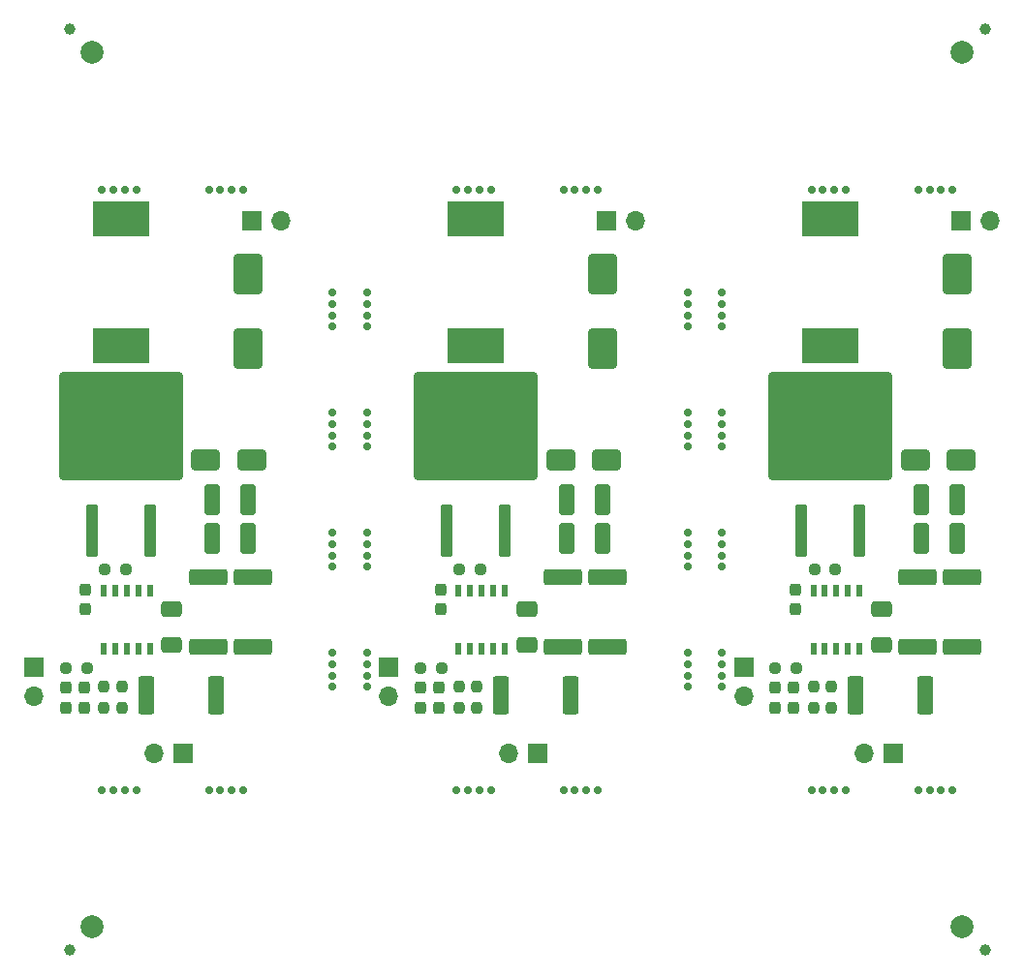
<source format=gts>
G04 #@! TF.GenerationSoftware,KiCad,Pcbnew,8.0.0*
G04 #@! TF.CreationDate,2024-02-29T15:25:12+11:00*
G04 #@! TF.ProjectId,panel,70616e65-6c2e-46b6-9963-61645f706362,rev?*
G04 #@! TF.SameCoordinates,Original*
G04 #@! TF.FileFunction,Soldermask,Top*
G04 #@! TF.FilePolarity,Negative*
%FSLAX46Y46*%
G04 Gerber Fmt 4.6, Leading zero omitted, Abs format (unit mm)*
G04 Created by KiCad (PCBNEW 8.0.0) date 2024-02-29 15:25:12*
%MOMM*%
%LPD*%
G01*
G04 APERTURE LIST*
G04 Aperture macros list*
%AMRoundRect*
0 Rectangle with rounded corners*
0 $1 Rounding radius*
0 $2 $3 $4 $5 $6 $7 $8 $9 X,Y pos of 4 corners*
0 Add a 4 corners polygon primitive as box body*
4,1,4,$2,$3,$4,$5,$6,$7,$8,$9,$2,$3,0*
0 Add four circle primitives for the rounded corners*
1,1,$1+$1,$2,$3*
1,1,$1+$1,$4,$5*
1,1,$1+$1,$6,$7*
1,1,$1+$1,$8,$9*
0 Add four rect primitives between the rounded corners*
20,1,$1+$1,$2,$3,$4,$5,0*
20,1,$1+$1,$4,$5,$6,$7,0*
20,1,$1+$1,$6,$7,$8,$9,0*
20,1,$1+$1,$8,$9,$2,$3,0*%
G04 Aperture macros list end*
%ADD10RoundRect,0.250000X-0.650000X0.412500X-0.650000X-0.412500X0.650000X-0.412500X0.650000X0.412500X0*%
%ADD11C,0.700000*%
%ADD12R,1.700000X1.700000*%
%ADD13O,1.700000X1.700000*%
%ADD14RoundRect,0.250000X0.300000X-2.050000X0.300000X2.050000X-0.300000X2.050000X-0.300000X-2.050000X0*%
%ADD15RoundRect,0.250002X5.149998X-4.449998X5.149998X4.449998X-5.149998X4.449998X-5.149998X-4.449998X0*%
%ADD16RoundRect,0.237500X0.237500X-0.250000X0.237500X0.250000X-0.237500X0.250000X-0.237500X-0.250000X0*%
%ADD17RoundRect,0.237500X-0.250000X-0.237500X0.250000X-0.237500X0.250000X0.237500X-0.250000X0.237500X0*%
%ADD18R,0.510000X1.100000*%
%ADD19RoundRect,0.249999X-1.425001X0.450001X-1.425001X-0.450001X1.425001X-0.450001X1.425001X0.450001X0*%
%ADD20RoundRect,0.237500X-0.237500X0.300000X-0.237500X-0.300000X0.237500X-0.300000X0.237500X0.300000X0*%
%ADD21C,1.000000*%
%ADD22RoundRect,0.249999X0.450001X1.425001X-0.450001X1.425001X-0.450001X-1.425001X0.450001X-1.425001X0*%
%ADD23C,2.000000*%
%ADD24RoundRect,0.250000X1.000000X0.650000X-1.000000X0.650000X-1.000000X-0.650000X1.000000X-0.650000X0*%
%ADD25RoundRect,0.250000X0.412500X1.100000X-0.412500X1.100000X-0.412500X-1.100000X0.412500X-1.100000X0*%
%ADD26R,5.000000X3.100000*%
%ADD27RoundRect,0.237500X0.250000X0.237500X-0.250000X0.237500X-0.250000X-0.237500X0.250000X-0.237500X0*%
%ADD28RoundRect,0.237500X-0.237500X0.250000X-0.237500X-0.250000X0.237500X-0.250000X0.237500X0.250000X0*%
%ADD29RoundRect,0.250000X-1.000000X1.500000X-1.000000X-1.500000X1.000000X-1.500000X1.000000X1.500000X0*%
G04 APERTURE END LIST*
D10*
G04 #@! TO.C,C4*
X13940000Y-53689500D03*
X13940000Y-56814500D03*
G04 #@! TD*
D11*
G04 #@! TO.C,KiKit_MB_6_1*
X17166666Y-16999500D03*
G04 #@! TD*
D12*
G04 #@! TO.C,J3*
X63900000Y-58764500D03*
D13*
X63900000Y-61304500D03*
G04 #@! TD*
D11*
G04 #@! TO.C,KiKit_MB_11_2*
X31000000Y-48999500D03*
G04 #@! TD*
G04 #@! TO.C,KiKit_MB_17_3*
X40833333Y-16999500D03*
G04 #@! TD*
G04 #@! TO.C,KiKit_MB_24_2*
X62000000Y-59499500D03*
G04 #@! TD*
G04 #@! TO.C,KiKit_MB_20_3*
X49166666Y-69499500D03*
G04 #@! TD*
G04 #@! TO.C,KiKit_MB_21_3*
X62000000Y-26999500D03*
G04 #@! TD*
G04 #@! TO.C,KiKit_MB_3_1*
X28000000Y-46999500D03*
G04 #@! TD*
D14*
G04 #@! TO.C,Q1*
X37935000Y-46824500D03*
D15*
X40475000Y-37674500D03*
D14*
X43015000Y-46824500D03*
G04 #@! TD*
D11*
G04 #@! TO.C,KiKit_MB_16_3*
X59000000Y-59499500D03*
G04 #@! TD*
D12*
G04 #@! TO.C,J3*
X1900000Y-58764500D03*
D13*
X1900000Y-61304500D03*
G04 #@! TD*
D12*
G04 #@! TO.C,J2*
X76945000Y-66269500D03*
D13*
X74405000Y-66269500D03*
G04 #@! TD*
D16*
G04 #@! TO.C,R1*
X71600000Y-62332000D03*
X71600000Y-60507000D03*
G04 #@! TD*
D17*
G04 #@! TO.C,R4*
X70087500Y-50249500D03*
X71912500Y-50249500D03*
G04 #@! TD*
D11*
G04 #@! TO.C,KiKit_MB_13_4*
X59000000Y-28999500D03*
G04 #@! TD*
G04 #@! TO.C,KiKit_MB_20_2*
X50166666Y-69499500D03*
G04 #@! TD*
G04 #@! TO.C,KiKit_MB_21_1*
X62000000Y-28999500D03*
G04 #@! TD*
D18*
G04 #@! TO.C,U1*
X39000000Y-57199500D03*
X40000000Y-57199500D03*
X41000000Y-57199500D03*
X42000000Y-57199500D03*
X43000000Y-57199500D03*
X43000000Y-52099500D03*
X42000000Y-52099500D03*
X41000000Y-52099500D03*
X40000000Y-52099500D03*
X39000000Y-52099500D03*
G04 #@! TD*
D11*
G04 #@! TO.C,KiKit_MB_12_3*
X31000000Y-58499500D03*
G04 #@! TD*
G04 #@! TO.C,KiKit_MB_24_3*
X62000000Y-58499500D03*
G04 #@! TD*
D10*
G04 #@! TO.C,C4*
X75940000Y-53689500D03*
X75940000Y-56814500D03*
G04 #@! TD*
D19*
G04 #@! TO.C,R501*
X48090000Y-50899500D03*
X48090000Y-56999500D03*
G04 #@! TD*
D11*
G04 #@! TO.C,KiKit_MB_12_2*
X31000000Y-59499500D03*
G04 #@! TD*
G04 #@! TO.C,KiKit_MB_3_2*
X28000000Y-47999500D03*
G04 #@! TD*
G04 #@! TO.C,KiKit_MB_13_2*
X59000000Y-26999500D03*
G04 #@! TD*
G04 #@! TO.C,KiKit_MB_28_2*
X81166666Y-69499500D03*
G04 #@! TD*
G04 #@! TO.C,KiKit_MB_20_4*
X48166666Y-69499500D03*
G04 #@! TD*
D20*
G04 #@! TO.C,C5*
X37400000Y-51999500D03*
X37400000Y-53724500D03*
G04 #@! TD*
D11*
G04 #@! TO.C,KiKit_MB_18_2*
X49166666Y-16999500D03*
G04 #@! TD*
G04 #@! TO.C,KiKit_MB_10_1*
X31000000Y-39499500D03*
G04 #@! TD*
G04 #@! TO.C,KiKit_MB_2_2*
X28000000Y-37499500D03*
G04 #@! TD*
G04 #@! TO.C,KiKit_MB_12_1*
X31000000Y-60499500D03*
G04 #@! TD*
G04 #@! TO.C,KiKit_MB_11_1*
X31000000Y-49999500D03*
G04 #@! TD*
G04 #@! TO.C,KiKit_MB_18_1*
X48166666Y-16999500D03*
G04 #@! TD*
G04 #@! TO.C,KiKit_MB_4_2*
X28000000Y-58499500D03*
G04 #@! TD*
D17*
G04 #@! TO.C,R4*
X39087500Y-50249500D03*
X40912500Y-50249500D03*
G04 #@! TD*
D21*
G04 #@! TO.C,KiKit_FID_T_3*
X5000000Y-83499500D03*
G04 #@! TD*
D11*
G04 #@! TO.C,KiKit_MB_26_2*
X80166666Y-16999500D03*
G04 #@! TD*
D22*
G04 #@! TO.C,R6*
X48770000Y-61189500D03*
X42670000Y-61189500D03*
G04 #@! TD*
D11*
G04 #@! TO.C,KiKit_MB_21_4*
X62000000Y-25999500D03*
G04 #@! TD*
G04 #@! TO.C,KiKit_MB_1_2*
X28000000Y-26999500D03*
G04 #@! TD*
G04 #@! TO.C,KiKit_MB_11_3*
X31000000Y-47999500D03*
G04 #@! TD*
D19*
G04 #@! TO.C,R502*
X52000000Y-50899500D03*
X52000000Y-56999500D03*
G04 #@! TD*
D11*
G04 #@! TO.C,KiKit_MB_27_3*
X70833333Y-69499500D03*
G04 #@! TD*
G04 #@! TO.C,KiKit_MB_8_1*
X20166666Y-69499500D03*
G04 #@! TD*
G04 #@! TO.C,KiKit_MB_3_4*
X28000000Y-49999500D03*
G04 #@! TD*
G04 #@! TO.C,KiKit_MB_19_3*
X39833333Y-69499500D03*
G04 #@! TD*
G04 #@! TO.C,KiKit_MB_7_4*
X7833334Y-69499500D03*
G04 #@! TD*
G04 #@! TO.C,KiKit_MB_8_2*
X19166666Y-69499500D03*
G04 #@! TD*
G04 #@! TO.C,KiKit_MB_8_4*
X17166666Y-69499500D03*
G04 #@! TD*
D19*
G04 #@! TO.C,R501*
X17090000Y-50899500D03*
X17090000Y-56999500D03*
G04 #@! TD*
D20*
G04 #@! TO.C,C302*
X35690000Y-60577000D03*
X35690000Y-62302000D03*
G04 #@! TD*
D11*
G04 #@! TO.C,KiKit_MB_26_1*
X79166666Y-16999500D03*
G04 #@! TD*
D23*
G04 #@! TO.C,KiKit_TO_1*
X7000000Y-5000000D03*
G04 #@! TD*
D24*
G04 #@! TO.C,D1*
X82900000Y-40649500D03*
X78900000Y-40649500D03*
G04 #@! TD*
D20*
G04 #@! TO.C,C5*
X68400000Y-51999500D03*
X68400000Y-53724500D03*
G04 #@! TD*
D11*
G04 #@! TO.C,KiKit_MB_9_3*
X31000000Y-26999500D03*
G04 #@! TD*
G04 #@! TO.C,KiKit_MB_26_3*
X81166666Y-16999500D03*
G04 #@! TD*
G04 #@! TO.C,KiKit_MB_6_4*
X20166666Y-16999500D03*
G04 #@! TD*
G04 #@! TO.C,KiKit_MB_15_1*
X59000000Y-46999500D03*
G04 #@! TD*
D12*
G04 #@! TO.C,J2*
X45945000Y-66269500D03*
D13*
X43405000Y-66269500D03*
G04 #@! TD*
D11*
G04 #@! TO.C,KiKit_MB_3_3*
X28000000Y-48999500D03*
G04 #@! TD*
D25*
G04 #@! TO.C,C201*
X20592500Y-47479500D03*
X17467500Y-47479500D03*
G04 #@! TD*
D11*
G04 #@! TO.C,KiKit_MB_22_3*
X62000000Y-37499500D03*
G04 #@! TD*
D26*
G04 #@! TO.C,L1*
X71500000Y-19599500D03*
X71500000Y-30699500D03*
G04 #@! TD*
D11*
G04 #@! TO.C,KiKit_MB_27_4*
X69833333Y-69499500D03*
G04 #@! TD*
G04 #@! TO.C,KiKit_MB_2_1*
X28000000Y-36499500D03*
G04 #@! TD*
G04 #@! TO.C,KiKit_MB_5_2*
X8833334Y-16999500D03*
G04 #@! TD*
G04 #@! TO.C,KiKit_MB_26_4*
X82166666Y-16999500D03*
G04 #@! TD*
D14*
G04 #@! TO.C,Q1*
X68935000Y-46824500D03*
D15*
X71475000Y-37674500D03*
D14*
X74015000Y-46824500D03*
G04 #@! TD*
D11*
G04 #@! TO.C,KiKit_MB_6_3*
X19166666Y-16999500D03*
G04 #@! TD*
D12*
G04 #@! TO.C,J1*
X20925000Y-19749500D03*
D13*
X23465000Y-19749500D03*
G04 #@! TD*
D11*
G04 #@! TO.C,KiKit_MB_21_2*
X62000000Y-27999500D03*
G04 #@! TD*
D27*
G04 #@! TO.C,R3*
X37502500Y-58877000D03*
X35677500Y-58877000D03*
G04 #@! TD*
D11*
G04 #@! TO.C,KiKit_MB_14_2*
X59000000Y-37499500D03*
G04 #@! TD*
G04 #@! TO.C,KiKit_MB_9_2*
X31000000Y-27999500D03*
G04 #@! TD*
G04 #@! TO.C,KiKit_MB_25_1*
X69833333Y-16999500D03*
G04 #@! TD*
G04 #@! TO.C,KiKit_MB_18_3*
X50166666Y-16999500D03*
G04 #@! TD*
D28*
G04 #@! TO.C,R2*
X39010000Y-60507000D03*
X39010000Y-62332000D03*
G04 #@! TD*
D11*
G04 #@! TO.C,KiKit_MB_5_3*
X9833334Y-16999500D03*
G04 #@! TD*
G04 #@! TO.C,KiKit_MB_16_4*
X59000000Y-60499500D03*
G04 #@! TD*
D16*
G04 #@! TO.C,R1*
X9600000Y-62332000D03*
X9600000Y-60507000D03*
G04 #@! TD*
D11*
G04 #@! TO.C,KiKit_MB_28_3*
X80166666Y-69499500D03*
G04 #@! TD*
G04 #@! TO.C,KiKit_MB_2_4*
X28000000Y-39499500D03*
G04 #@! TD*
D25*
G04 #@! TO.C,C201*
X82592500Y-47479500D03*
X79467500Y-47479500D03*
G04 #@! TD*
D22*
G04 #@! TO.C,R6*
X79770000Y-61189500D03*
X73670000Y-61189500D03*
G04 #@! TD*
D25*
G04 #@! TO.C,C202*
X51592500Y-44109500D03*
X48467500Y-44109500D03*
G04 #@! TD*
D12*
G04 #@! TO.C,J2*
X14945000Y-66269500D03*
D13*
X12405000Y-66269500D03*
G04 #@! TD*
D11*
G04 #@! TO.C,KiKit_MB_23_2*
X62000000Y-48999500D03*
G04 #@! TD*
G04 #@! TO.C,KiKit_MB_25_3*
X71833333Y-16999500D03*
G04 #@! TD*
D26*
G04 #@! TO.C,L1*
X40500000Y-19599500D03*
X40500000Y-30699500D03*
G04 #@! TD*
D11*
G04 #@! TO.C,KiKit_MB_9_1*
X31000000Y-28999500D03*
G04 #@! TD*
D28*
G04 #@! TO.C,R2*
X70010000Y-60507000D03*
X70010000Y-62332000D03*
G04 #@! TD*
D27*
G04 #@! TO.C,R3*
X68502500Y-58877000D03*
X66677500Y-58877000D03*
G04 #@! TD*
D11*
G04 #@! TO.C,KiKit_MB_22_1*
X62000000Y-39499500D03*
G04 #@! TD*
D12*
G04 #@! TO.C,J1*
X82925000Y-19749500D03*
D13*
X85465000Y-19749500D03*
G04 #@! TD*
D20*
G04 #@! TO.C,C302*
X66690000Y-60577000D03*
X66690000Y-62302000D03*
G04 #@! TD*
D11*
G04 #@! TO.C,KiKit_MB_7_3*
X8833334Y-69499500D03*
G04 #@! TD*
G04 #@! TO.C,KiKit_MB_23_3*
X62000000Y-47999500D03*
G04 #@! TD*
D18*
G04 #@! TO.C,U1*
X8000000Y-57199500D03*
X9000000Y-57199500D03*
X10000000Y-57199500D03*
X11000000Y-57199500D03*
X12000000Y-57199500D03*
X12000000Y-52099500D03*
X11000000Y-52099500D03*
X10000000Y-52099500D03*
X9000000Y-52099500D03*
X8000000Y-52099500D03*
G04 #@! TD*
D20*
G04 #@! TO.C,C301*
X37290000Y-60577000D03*
X37290000Y-62302000D03*
G04 #@! TD*
D12*
G04 #@! TO.C,J3*
X32900000Y-58764500D03*
D13*
X32900000Y-61304500D03*
G04 #@! TD*
D11*
G04 #@! TO.C,KiKit_MB_22_4*
X62000000Y-36499500D03*
G04 #@! TD*
G04 #@! TO.C,KiKit_MB_19_2*
X40833333Y-69499500D03*
G04 #@! TD*
G04 #@! TO.C,KiKit_MB_13_1*
X59000000Y-25999500D03*
G04 #@! TD*
G04 #@! TO.C,KiKit_MB_5_1*
X7833334Y-16999500D03*
G04 #@! TD*
G04 #@! TO.C,KiKit_MB_28_4*
X79166666Y-69499500D03*
G04 #@! TD*
G04 #@! TO.C,KiKit_MB_4_3*
X28000000Y-59499500D03*
G04 #@! TD*
G04 #@! TO.C,KiKit_MB_24_1*
X62000000Y-60499500D03*
G04 #@! TD*
G04 #@! TO.C,KiKit_MB_19_4*
X38833333Y-69499500D03*
G04 #@! TD*
D21*
G04 #@! TO.C,KiKit_FID_T_4*
X85000000Y-83499500D03*
G04 #@! TD*
D29*
G04 #@! TO.C,C1*
X51600000Y-24442000D03*
X51600000Y-30942000D03*
G04 #@! TD*
D11*
G04 #@! TO.C,KiKit_MB_25_4*
X72833333Y-16999500D03*
G04 #@! TD*
D19*
G04 #@! TO.C,R502*
X83000000Y-50899500D03*
X83000000Y-56999500D03*
G04 #@! TD*
D11*
G04 #@! TO.C,KiKit_MB_10_3*
X31000000Y-37499500D03*
G04 #@! TD*
D25*
G04 #@! TO.C,C201*
X51592500Y-47479500D03*
X48467500Y-47479500D03*
G04 #@! TD*
D12*
G04 #@! TO.C,J1*
X51925000Y-19749500D03*
D13*
X54465000Y-19749500D03*
G04 #@! TD*
D24*
G04 #@! TO.C,D1*
X20900000Y-40649500D03*
X16900000Y-40649500D03*
G04 #@! TD*
D11*
G04 #@! TO.C,KiKit_MB_19_1*
X41833333Y-69499500D03*
G04 #@! TD*
G04 #@! TO.C,KiKit_MB_11_4*
X31000000Y-46999500D03*
G04 #@! TD*
D14*
G04 #@! TO.C,Q1*
X6935000Y-46824500D03*
D15*
X9475000Y-37674500D03*
D14*
X12015000Y-46824500D03*
G04 #@! TD*
D25*
G04 #@! TO.C,C202*
X82592500Y-44109500D03*
X79467500Y-44109500D03*
G04 #@! TD*
D11*
G04 #@! TO.C,KiKit_MB_15_3*
X59000000Y-48999500D03*
G04 #@! TD*
G04 #@! TO.C,KiKit_MB_1_4*
X28000000Y-28999500D03*
G04 #@! TD*
G04 #@! TO.C,KiKit_MB_15_2*
X59000000Y-47999500D03*
G04 #@! TD*
G04 #@! TO.C,KiKit_MB_23_4*
X62000000Y-46999500D03*
G04 #@! TD*
G04 #@! TO.C,KiKit_MB_27_1*
X72833333Y-69499500D03*
G04 #@! TD*
D24*
G04 #@! TO.C,D1*
X51900000Y-40649500D03*
X47900000Y-40649500D03*
G04 #@! TD*
D11*
G04 #@! TO.C,KiKit_MB_4_1*
X28000000Y-57499500D03*
G04 #@! TD*
G04 #@! TO.C,KiKit_MB_2_3*
X28000000Y-38499500D03*
G04 #@! TD*
D20*
G04 #@! TO.C,C5*
X6400000Y-51999500D03*
X6400000Y-53724500D03*
G04 #@! TD*
D11*
G04 #@! TO.C,KiKit_MB_7_2*
X9833334Y-69499500D03*
G04 #@! TD*
D20*
G04 #@! TO.C,C301*
X68290000Y-60577000D03*
X68290000Y-62302000D03*
G04 #@! TD*
D27*
G04 #@! TO.C,R3*
X6502500Y-58877000D03*
X4677500Y-58877000D03*
G04 #@! TD*
D19*
G04 #@! TO.C,R502*
X21000000Y-50899500D03*
X21000000Y-56999500D03*
G04 #@! TD*
D17*
G04 #@! TO.C,R4*
X8087500Y-50249500D03*
X9912500Y-50249500D03*
G04 #@! TD*
D25*
G04 #@! TO.C,C202*
X20592500Y-44109500D03*
X17467500Y-44109500D03*
G04 #@! TD*
D11*
G04 #@! TO.C,KiKit_MB_27_2*
X71833333Y-69499500D03*
G04 #@! TD*
G04 #@! TO.C,KiKit_MB_4_4*
X28000000Y-60499500D03*
G04 #@! TD*
G04 #@! TO.C,KiKit_MB_8_3*
X18166666Y-69499500D03*
G04 #@! TD*
G04 #@! TO.C,KiKit_MB_10_4*
X31000000Y-36499500D03*
G04 #@! TD*
D21*
G04 #@! TO.C,KiKit_FID_T_2*
X85000000Y-3000000D03*
G04 #@! TD*
D11*
G04 #@! TO.C,KiKit_MB_18_4*
X51166666Y-16999500D03*
G04 #@! TD*
G04 #@! TO.C,KiKit_MB_17_2*
X39833333Y-16999500D03*
G04 #@! TD*
G04 #@! TO.C,KiKit_MB_12_4*
X31000000Y-57499500D03*
G04 #@! TD*
G04 #@! TO.C,KiKit_MB_15_4*
X59000000Y-49999500D03*
G04 #@! TD*
G04 #@! TO.C,KiKit_MB_22_2*
X62000000Y-38499500D03*
G04 #@! TD*
D26*
G04 #@! TO.C,L1*
X9500000Y-19599500D03*
X9500000Y-30699500D03*
G04 #@! TD*
D28*
G04 #@! TO.C,R2*
X8010000Y-60507000D03*
X8010000Y-62332000D03*
G04 #@! TD*
D11*
G04 #@! TO.C,KiKit_MB_24_4*
X62000000Y-57499500D03*
G04 #@! TD*
G04 #@! TO.C,KiKit_MB_1_3*
X28000000Y-27999500D03*
G04 #@! TD*
G04 #@! TO.C,KiKit_MB_5_4*
X10833334Y-16999500D03*
G04 #@! TD*
D23*
G04 #@! TO.C,KiKit_TO_3*
X7000000Y-81499500D03*
G04 #@! TD*
D11*
G04 #@! TO.C,KiKit_MB_20_1*
X51166666Y-69499500D03*
G04 #@! TD*
G04 #@! TO.C,KiKit_MB_16_2*
X59000000Y-58499500D03*
G04 #@! TD*
G04 #@! TO.C,KiKit_MB_7_1*
X10833334Y-69499500D03*
G04 #@! TD*
D10*
G04 #@! TO.C,C4*
X44940000Y-53689500D03*
X44940000Y-56814500D03*
G04 #@! TD*
D11*
G04 #@! TO.C,KiKit_MB_14_4*
X59000000Y-39499500D03*
G04 #@! TD*
D20*
G04 #@! TO.C,C301*
X6290000Y-60577000D03*
X6290000Y-62302000D03*
G04 #@! TD*
D23*
G04 #@! TO.C,KiKit_TO_4*
X83000000Y-81499500D03*
G04 #@! TD*
D11*
G04 #@! TO.C,KiKit_MB_6_2*
X18166666Y-16999500D03*
G04 #@! TD*
D29*
G04 #@! TO.C,C1*
X82600000Y-24442000D03*
X82600000Y-30942000D03*
G04 #@! TD*
D11*
G04 #@! TO.C,KiKit_MB_16_1*
X59000000Y-57499500D03*
G04 #@! TD*
D29*
G04 #@! TO.C,C1*
X20600000Y-24442000D03*
X20600000Y-30942000D03*
G04 #@! TD*
D11*
G04 #@! TO.C,KiKit_MB_14_1*
X59000000Y-36499500D03*
G04 #@! TD*
D22*
G04 #@! TO.C,R6*
X17770000Y-61189500D03*
X11670000Y-61189500D03*
G04 #@! TD*
D21*
G04 #@! TO.C,KiKit_FID_T_1*
X5000000Y-3000000D03*
G04 #@! TD*
D19*
G04 #@! TO.C,R501*
X79090000Y-50899500D03*
X79090000Y-56999500D03*
G04 #@! TD*
D18*
G04 #@! TO.C,U1*
X70000000Y-57199500D03*
X71000000Y-57199500D03*
X72000000Y-57199500D03*
X73000000Y-57199500D03*
X74000000Y-57199500D03*
X74000000Y-52099500D03*
X73000000Y-52099500D03*
X72000000Y-52099500D03*
X71000000Y-52099500D03*
X70000000Y-52099500D03*
G04 #@! TD*
D11*
G04 #@! TO.C,KiKit_MB_9_4*
X31000000Y-25999500D03*
G04 #@! TD*
G04 #@! TO.C,KiKit_MB_17_4*
X41833333Y-16999500D03*
G04 #@! TD*
G04 #@! TO.C,KiKit_MB_25_2*
X70833333Y-16999500D03*
G04 #@! TD*
G04 #@! TO.C,KiKit_MB_13_3*
X59000000Y-27999500D03*
G04 #@! TD*
G04 #@! TO.C,KiKit_MB_28_1*
X82166666Y-69499500D03*
G04 #@! TD*
D20*
G04 #@! TO.C,C302*
X4690000Y-60577000D03*
X4690000Y-62302000D03*
G04 #@! TD*
D23*
G04 #@! TO.C,KiKit_TO_2*
X83000000Y-5000000D03*
G04 #@! TD*
D11*
G04 #@! TO.C,KiKit_MB_17_1*
X38833333Y-16999500D03*
G04 #@! TD*
G04 #@! TO.C,KiKit_MB_10_2*
X31000000Y-38499500D03*
G04 #@! TD*
G04 #@! TO.C,KiKit_MB_14_3*
X59000000Y-38499500D03*
G04 #@! TD*
D16*
G04 #@! TO.C,R1*
X40600000Y-62332000D03*
X40600000Y-60507000D03*
G04 #@! TD*
D11*
G04 #@! TO.C,KiKit_MB_1_1*
X28000000Y-25999500D03*
G04 #@! TD*
G04 #@! TO.C,KiKit_MB_23_1*
X62000000Y-49999500D03*
G04 #@! TD*
M02*

</source>
